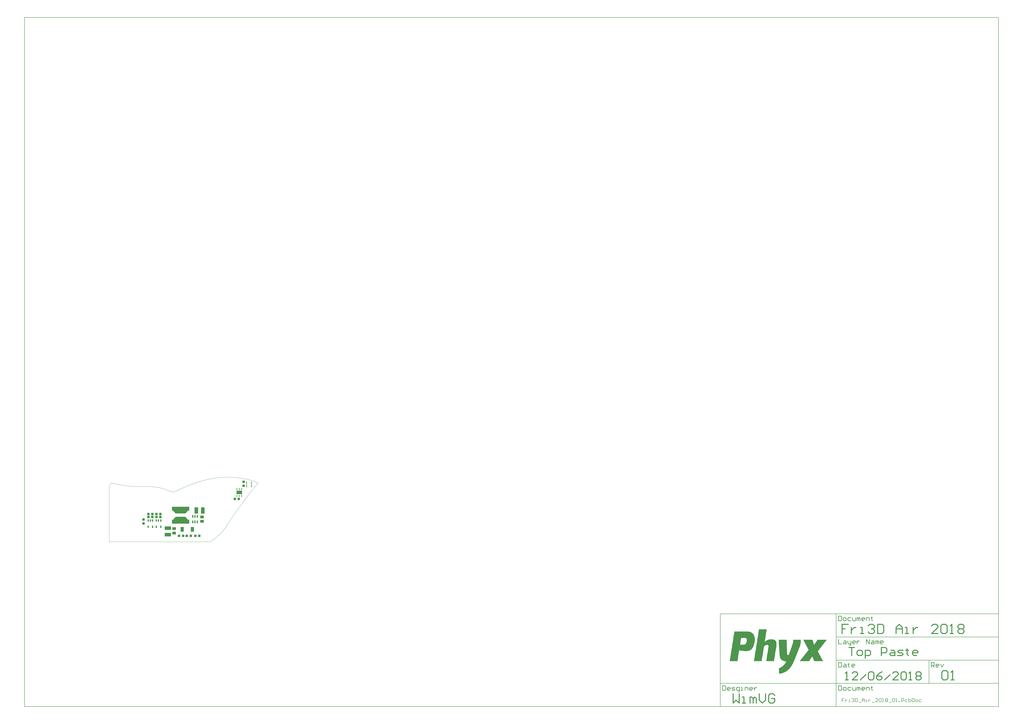
<source format=gtp>
G04*
G04 #@! TF.GenerationSoftware,Altium Limited,Altium Designer,18.1.6 (161)*
G04*
G04 Layer_Color=8421504*
%FSLAX25Y25*%
%MOIN*%
G70*
G01*
G75*
%ADD10C,0.00787*%
%ADD11C,0.00984*%
%ADD13C,0.01575*%
%ADD18C,0.00394*%
%ADD19R,0.29528X0.07087*%
%ADD20R,0.23622X0.04724*%
%ADD21R,0.04331X0.03937*%
%ADD22R,0.02362X0.03937*%
%ADD23R,0.05512X0.08268*%
%ADD24R,0.14567X0.04331*%
%ADD25R,0.05906X0.05118*%
%ADD26R,0.06299X0.10630*%
%ADD27R,0.02362X0.04528*%
%ADD28R,0.03937X0.04331*%
%ADD29R,0.09449X0.05906*%
%ADD30R,0.01575X0.02756*%
%ADD31R,0.01968X0.01378*%
%ADD32R,0.10630X0.06299*%
G36*
X-38386Y51575D02*
X-41929Y48031D01*
X-58465D01*
X-62008Y51575D01*
Y57874D01*
X-38386D01*
Y51575D01*
D02*
G37*
G36*
Y38976D02*
Y32677D01*
X-62008D01*
Y38976D01*
X-58465Y42520D01*
X-41929D01*
X-38386Y38976D01*
D02*
G37*
G36*
X1047062Y-166394D02*
X1046775D01*
Y-166681D01*
X1046489D01*
Y-166967D01*
Y-167253D01*
X1046203D01*
Y-167539D01*
X1045916D01*
Y-167826D01*
X1045630D01*
Y-168112D01*
Y-168398D01*
X1045344D01*
Y-168685D01*
X1045057D01*
Y-168971D01*
X1044771D01*
Y-169257D01*
X1044485D01*
Y-169544D01*
Y-169830D01*
X1044198D01*
Y-170116D01*
X1043912D01*
Y-170403D01*
X1043626D01*
Y-170689D01*
Y-170975D01*
X1043340D01*
Y-171262D01*
X1043053D01*
Y-171548D01*
X1042767D01*
Y-171834D01*
X1042480D01*
Y-172120D01*
Y-172407D01*
X1042194D01*
Y-172693D01*
X1041908D01*
Y-172979D01*
X1041622D01*
Y-173266D01*
Y-173552D01*
X1041335D01*
Y-173838D01*
X1041049D01*
Y-174125D01*
X1040763D01*
Y-174411D01*
Y-174697D01*
X1040476D01*
Y-174984D01*
X1040190D01*
Y-175270D01*
X1039904D01*
Y-175556D01*
X1039617D01*
Y-175842D01*
Y-176129D01*
X1039331D01*
Y-176415D01*
X1039045D01*
Y-176701D01*
X1038758D01*
Y-176988D01*
Y-177274D01*
X1038472D01*
Y-177560D01*
X1038186D01*
Y-177847D01*
X1037899D01*
Y-178133D01*
Y-178419D01*
X1037613D01*
Y-178706D01*
X1037327D01*
Y-178992D01*
X1037041D01*
Y-179278D01*
X1036754D01*
Y-179565D01*
Y-179851D01*
X1036468D01*
Y-180137D01*
X1036182D01*
Y-180423D01*
X1035895D01*
Y-180710D01*
Y-180996D01*
X1035609D01*
Y-181282D01*
X1035323D01*
Y-181569D01*
X1035036D01*
Y-181855D01*
Y-182141D01*
X1034750D01*
Y-182428D01*
X1034464D01*
Y-182714D01*
X1034177D01*
Y-183000D01*
X1033891D01*
Y-183287D01*
Y-183573D01*
X1033605D01*
Y-183859D01*
X1033319D01*
Y-184146D01*
X1033032D01*
Y-184432D01*
Y-184718D01*
X1032746D01*
Y-185004D01*
X1032460D01*
Y-185291D01*
X1032173D01*
Y-185577D01*
X1031887D01*
Y-185863D01*
Y-186150D01*
X1032173D01*
Y-186436D01*
Y-186722D01*
X1032460D01*
Y-187009D01*
Y-187295D01*
X1032746D01*
Y-187581D01*
X1033032D01*
Y-187868D01*
Y-188154D01*
X1033319D01*
Y-188440D01*
Y-188727D01*
X1033605D01*
Y-189013D01*
Y-189299D01*
X1033891D01*
Y-189585D01*
Y-189872D01*
X1034177D01*
Y-190158D01*
Y-190444D01*
X1034464D01*
Y-190731D01*
Y-191017D01*
X1034750D01*
Y-191303D01*
Y-191590D01*
X1035036D01*
Y-191876D01*
Y-192162D01*
X1035323D01*
Y-192449D01*
X1035609D01*
Y-192735D01*
Y-193021D01*
X1035895D01*
Y-193308D01*
Y-193594D01*
X1036182D01*
Y-193880D01*
Y-194167D01*
X1036468D01*
Y-194453D01*
Y-194739D01*
X1036754D01*
Y-195025D01*
Y-195312D01*
X1037041D01*
Y-195598D01*
Y-195884D01*
X1037327D01*
Y-196171D01*
Y-196457D01*
X1037613D01*
Y-196743D01*
X1037899D01*
Y-197030D01*
Y-197316D01*
X1038186D01*
Y-197602D01*
Y-197889D01*
X1038472D01*
Y-198175D01*
Y-198461D01*
X1038758D01*
Y-198748D01*
Y-199034D01*
X1039045D01*
Y-199320D01*
Y-199606D01*
X1039331D01*
Y-199893D01*
Y-200179D01*
X1039617D01*
Y-200465D01*
Y-200752D01*
X1039904D01*
Y-201038D01*
X1040190D01*
Y-201324D01*
Y-201611D01*
X1040476D01*
Y-201897D01*
Y-202183D01*
X1040763D01*
Y-202470D01*
X1025588D01*
Y-202183D01*
X1025302D01*
Y-201897D01*
Y-201611D01*
Y-201324D01*
X1025016D01*
Y-201038D01*
Y-200752D01*
Y-200465D01*
X1024729D01*
Y-200179D01*
Y-199893D01*
X1024443D01*
Y-199606D01*
Y-199320D01*
Y-199034D01*
X1024156D01*
Y-198748D01*
Y-198461D01*
Y-198175D01*
X1023870D01*
Y-197889D01*
Y-197602D01*
X1023584D01*
Y-197316D01*
Y-197030D01*
Y-196743D01*
X1023298D01*
Y-196457D01*
Y-196171D01*
Y-195884D01*
X1023011D01*
Y-195598D01*
Y-195312D01*
Y-195025D01*
X1022725D01*
Y-194739D01*
X1022152D01*
Y-195025D01*
Y-195312D01*
X1021866D01*
Y-195598D01*
X1021580D01*
Y-195884D01*
Y-196171D01*
X1021293D01*
Y-196457D01*
X1021007D01*
Y-196743D01*
Y-197030D01*
X1020721D01*
Y-197316D01*
X1020434D01*
Y-197602D01*
Y-197889D01*
X1020148D01*
Y-198175D01*
X1019862D01*
Y-198461D01*
X1019576D01*
Y-198748D01*
Y-199034D01*
X1019289D01*
Y-199320D01*
X1019003D01*
Y-199606D01*
Y-199893D01*
X1018717D01*
Y-200179D01*
X1018430D01*
Y-200465D01*
Y-200752D01*
X1018144D01*
Y-201038D01*
X1017858D01*
Y-201324D01*
Y-201611D01*
X1017571D01*
Y-201897D01*
X1017285D01*
Y-202183D01*
Y-202470D01*
X1001252D01*
Y-202183D01*
X1001538D01*
Y-201897D01*
X1001824D01*
Y-201611D01*
X1002110D01*
Y-201324D01*
X1002397D01*
Y-201038D01*
Y-200752D01*
X1002683D01*
Y-200465D01*
X1002969D01*
Y-200179D01*
X1003256D01*
Y-199893D01*
X1003542D01*
Y-199606D01*
Y-199320D01*
X1003828D01*
Y-199034D01*
X1004115D01*
Y-198748D01*
X1004401D01*
Y-198461D01*
Y-198175D01*
X1004687D01*
Y-197889D01*
X1004974D01*
Y-197602D01*
X1005260D01*
Y-197316D01*
X1005546D01*
Y-197030D01*
Y-196743D01*
X1005832D01*
Y-196457D01*
X1006119D01*
Y-196171D01*
X1006405D01*
Y-195884D01*
X1006691D01*
Y-195598D01*
Y-195312D01*
X1006978D01*
Y-195025D01*
X1007264D01*
Y-194739D01*
X1007550D01*
Y-194453D01*
Y-194167D01*
X1007837D01*
Y-193880D01*
X1008123D01*
Y-193594D01*
X1008409D01*
Y-193308D01*
X1008696D01*
Y-193021D01*
Y-192735D01*
X1008982D01*
Y-192449D01*
X1009268D01*
Y-192162D01*
X1009555D01*
Y-191876D01*
Y-191590D01*
X1009841D01*
Y-191303D01*
X1010127D01*
Y-191017D01*
X1010413D01*
Y-190731D01*
X1010700D01*
Y-190444D01*
Y-190158D01*
X1010986D01*
Y-189872D01*
X1011272D01*
Y-189585D01*
X1011559D01*
Y-189299D01*
Y-189013D01*
X1011845D01*
Y-188727D01*
X1012131D01*
Y-188440D01*
X1012418D01*
Y-188154D01*
X1012704D01*
Y-187868D01*
Y-187581D01*
X1012990D01*
Y-187295D01*
X1013277D01*
Y-187009D01*
X1013563D01*
Y-186722D01*
X1013849D01*
Y-186436D01*
Y-186150D01*
X1014136D01*
Y-185863D01*
X1014422D01*
Y-185577D01*
X1014708D01*
Y-185291D01*
Y-185004D01*
X1014995D01*
Y-184718D01*
X1015281D01*
Y-184432D01*
X1015567D01*
Y-184146D01*
X1015853D01*
Y-183859D01*
Y-183573D01*
X1016140D01*
Y-183287D01*
Y-183000D01*
Y-182714D01*
X1015853D01*
Y-182428D01*
X1015567D01*
Y-182141D01*
Y-181855D01*
X1015281D01*
Y-181569D01*
Y-181282D01*
X1014995D01*
Y-180996D01*
Y-180710D01*
X1014708D01*
Y-180423D01*
Y-180137D01*
X1014422D01*
Y-179851D01*
Y-179565D01*
X1014136D01*
Y-179278D01*
Y-178992D01*
X1013849D01*
Y-178706D01*
X1013563D01*
Y-178419D01*
Y-178133D01*
X1013277D01*
Y-177847D01*
Y-177560D01*
X1012990D01*
Y-177274D01*
Y-176988D01*
X1012704D01*
Y-176701D01*
Y-176415D01*
X1012418D01*
Y-176129D01*
Y-175842D01*
X1012131D01*
Y-175556D01*
Y-175270D01*
X1011845D01*
Y-174984D01*
X1011559D01*
Y-174697D01*
Y-174411D01*
X1011272D01*
Y-174125D01*
Y-173838D01*
X1010986D01*
Y-173552D01*
Y-173266D01*
X1010700D01*
Y-172979D01*
Y-172693D01*
X1010413D01*
Y-172407D01*
Y-172120D01*
X1010127D01*
Y-171834D01*
Y-171548D01*
X1009841D01*
Y-171262D01*
Y-170975D01*
X1009555D01*
Y-170689D01*
X1009268D01*
Y-170403D01*
Y-170116D01*
X1008982D01*
Y-169830D01*
Y-169544D01*
X1008696D01*
Y-169257D01*
Y-168971D01*
X1008409D01*
Y-168685D01*
Y-168398D01*
X1008123D01*
Y-168112D01*
Y-167826D01*
X1007837D01*
Y-167539D01*
Y-167253D01*
X1007550D01*
Y-166967D01*
X1007264D01*
Y-166681D01*
Y-166394D01*
X1006978D01*
Y-166108D01*
X1022725D01*
Y-166394D01*
X1023011D01*
Y-166681D01*
Y-166967D01*
Y-167253D01*
X1023298D01*
Y-167539D01*
Y-167826D01*
Y-168112D01*
X1023584D01*
Y-168398D01*
Y-168685D01*
Y-168971D01*
X1023870D01*
Y-169257D01*
Y-169544D01*
Y-169830D01*
X1024156D01*
Y-170116D01*
Y-170403D01*
Y-170689D01*
X1024443D01*
Y-170975D01*
Y-171262D01*
Y-171548D01*
X1024729D01*
Y-171834D01*
Y-172120D01*
Y-172407D01*
X1025016D01*
Y-172693D01*
Y-172979D01*
Y-173266D01*
X1025302D01*
Y-173552D01*
Y-173838D01*
Y-174125D01*
Y-174411D01*
X1025874D01*
Y-174125D01*
X1026161D01*
Y-173838D01*
X1026447D01*
Y-173552D01*
Y-173266D01*
X1026733D01*
Y-172979D01*
X1027020D01*
Y-172693D01*
Y-172407D01*
X1027306D01*
Y-172120D01*
X1027592D01*
Y-171834D01*
Y-171548D01*
X1027879D01*
Y-171262D01*
X1028165D01*
Y-170975D01*
Y-170689D01*
X1028451D01*
Y-170403D01*
X1028738D01*
Y-170116D01*
Y-169830D01*
X1029024D01*
Y-169544D01*
X1029310D01*
Y-169257D01*
Y-168971D01*
X1029597D01*
Y-168685D01*
X1029883D01*
Y-168398D01*
Y-168112D01*
X1030169D01*
Y-167826D01*
X1030455D01*
Y-167539D01*
Y-167253D01*
X1030742D01*
Y-166967D01*
X1031028D01*
Y-166681D01*
Y-166394D01*
X1031314D01*
Y-166108D01*
X1047062D01*
Y-166394D01*
D02*
G37*
G36*
X913926Y-152365D02*
X915644D01*
Y-152651D01*
X916503D01*
Y-152937D01*
X917362D01*
Y-153224D01*
X918221D01*
Y-153510D01*
X918793D01*
Y-153796D01*
X919080D01*
Y-154083D01*
X919652D01*
Y-154369D01*
X919939D01*
Y-154655D01*
X920511D01*
Y-154942D01*
X920798D01*
Y-155228D01*
X921084D01*
Y-155514D01*
X921370D01*
Y-155801D01*
X921657D01*
Y-156087D01*
X921943D01*
Y-156373D01*
X922229D01*
Y-156659D01*
Y-156946D01*
X922515D01*
Y-157232D01*
X922802D01*
Y-157518D01*
Y-157805D01*
X923088D01*
Y-158091D01*
X923374D01*
Y-158377D01*
Y-158664D01*
X923661D01*
Y-158950D01*
Y-159236D01*
Y-159523D01*
X923947D01*
Y-159809D01*
Y-160095D01*
Y-160382D01*
X924233D01*
Y-160668D01*
Y-160954D01*
Y-161240D01*
Y-161527D01*
X924520D01*
Y-161813D01*
Y-162100D01*
Y-162386D01*
Y-162672D01*
Y-162958D01*
X924806D01*
Y-163245D01*
Y-163531D01*
Y-163817D01*
Y-164104D01*
Y-164390D01*
Y-164676D01*
Y-164963D01*
Y-165249D01*
Y-165535D01*
Y-165822D01*
Y-166108D01*
Y-166394D01*
Y-166681D01*
Y-166967D01*
Y-167253D01*
Y-167539D01*
Y-167826D01*
Y-168112D01*
Y-168398D01*
Y-168685D01*
X924520D01*
Y-168971D01*
Y-169257D01*
Y-169544D01*
Y-169830D01*
Y-170116D01*
Y-170403D01*
Y-170689D01*
X924233D01*
Y-170975D01*
Y-171262D01*
Y-171548D01*
Y-171834D01*
Y-172120D01*
X923947D01*
Y-172407D01*
Y-172693D01*
Y-172979D01*
Y-173266D01*
Y-173552D01*
X923661D01*
Y-173838D01*
Y-174125D01*
Y-174411D01*
X923374D01*
Y-174697D01*
Y-174984D01*
Y-175270D01*
Y-175556D01*
X923088D01*
Y-175842D01*
Y-176129D01*
Y-176415D01*
X922802D01*
Y-176701D01*
Y-176988D01*
X922515D01*
Y-177274D01*
Y-177560D01*
Y-177847D01*
X922229D01*
Y-178133D01*
Y-178419D01*
X921943D01*
Y-178706D01*
Y-178992D01*
X921657D01*
Y-179278D01*
Y-179565D01*
X921370D01*
Y-179851D01*
X921084D01*
Y-180137D01*
Y-180423D01*
X920798D01*
Y-180710D01*
X920511D01*
Y-180996D01*
X920225D01*
Y-181282D01*
Y-181569D01*
X919939D01*
Y-181855D01*
X919652D01*
Y-182141D01*
X919366D01*
Y-182428D01*
X919080D01*
Y-182714D01*
X918793D01*
Y-183000D01*
X918221D01*
Y-183287D01*
X917934D01*
Y-183573D01*
X917362D01*
Y-183859D01*
X917076D01*
Y-184146D01*
X916503D01*
Y-184432D01*
X915644D01*
Y-184718D01*
X914785D01*
Y-185004D01*
X913926D01*
Y-185291D01*
X912208D01*
Y-185577D01*
X907055D01*
Y-185291D01*
X904478D01*
Y-185004D01*
X902474D01*
Y-184718D01*
X901042D01*
Y-184432D01*
X899610D01*
Y-184146D01*
X898179D01*
Y-184432D01*
Y-184718D01*
Y-185004D01*
Y-185291D01*
Y-185577D01*
Y-185863D01*
Y-186150D01*
X897892D01*
Y-186436D01*
Y-186722D01*
Y-187009D01*
Y-187295D01*
Y-187581D01*
Y-187868D01*
X897606D01*
Y-188154D01*
Y-188440D01*
Y-188727D01*
Y-189013D01*
Y-189299D01*
Y-189585D01*
X897320D01*
Y-189872D01*
Y-190158D01*
Y-190444D01*
Y-190731D01*
Y-191017D01*
Y-191303D01*
Y-191590D01*
X897034D01*
Y-191876D01*
Y-192162D01*
Y-192449D01*
Y-192735D01*
Y-193021D01*
Y-193308D01*
X896747D01*
Y-193594D01*
Y-193880D01*
Y-194167D01*
Y-194453D01*
Y-194739D01*
Y-195025D01*
X896461D01*
Y-195312D01*
Y-195598D01*
Y-195884D01*
Y-196171D01*
Y-196457D01*
Y-196743D01*
Y-197030D01*
X896175D01*
Y-197316D01*
Y-197602D01*
Y-197889D01*
Y-198175D01*
Y-198461D01*
Y-198748D01*
X895888D01*
Y-199034D01*
Y-199320D01*
Y-199606D01*
Y-199893D01*
Y-200179D01*
Y-200465D01*
X895602D01*
Y-200752D01*
Y-201038D01*
Y-201324D01*
Y-201611D01*
Y-201897D01*
Y-202183D01*
Y-202470D01*
X882145D01*
Y-202183D01*
X882432D01*
Y-201897D01*
Y-201611D01*
Y-201324D01*
Y-201038D01*
Y-200752D01*
X882718D01*
Y-200465D01*
Y-200179D01*
Y-199893D01*
Y-199606D01*
Y-199320D01*
Y-199034D01*
Y-198748D01*
X883004D01*
Y-198461D01*
Y-198175D01*
Y-197889D01*
Y-197602D01*
Y-197316D01*
Y-197030D01*
X883291D01*
Y-196743D01*
Y-196457D01*
Y-196171D01*
Y-195884D01*
Y-195598D01*
Y-195312D01*
X883577D01*
Y-195025D01*
Y-194739D01*
Y-194453D01*
Y-194167D01*
Y-193880D01*
Y-193594D01*
Y-193308D01*
X883863D01*
Y-193021D01*
Y-192735D01*
Y-192449D01*
Y-192162D01*
Y-191876D01*
Y-191590D01*
X884149D01*
Y-191303D01*
Y-191017D01*
Y-190731D01*
Y-190444D01*
Y-190158D01*
Y-189872D01*
X884436D01*
Y-189585D01*
Y-189299D01*
Y-189013D01*
Y-188727D01*
Y-188440D01*
Y-188154D01*
X884722D01*
Y-187868D01*
Y-187581D01*
Y-187295D01*
Y-187009D01*
Y-186722D01*
Y-186436D01*
Y-186150D01*
X885009D01*
Y-185863D01*
Y-185577D01*
Y-185291D01*
Y-185004D01*
Y-184718D01*
Y-184432D01*
X885295D01*
Y-184146D01*
Y-183859D01*
Y-183573D01*
Y-183287D01*
Y-183000D01*
Y-182714D01*
X885581D01*
Y-182428D01*
Y-182141D01*
Y-181855D01*
Y-181569D01*
Y-181282D01*
Y-180996D01*
X885867D01*
Y-180710D01*
Y-180423D01*
Y-180137D01*
Y-179851D01*
Y-179565D01*
Y-179278D01*
Y-178992D01*
X886154D01*
Y-178706D01*
Y-178419D01*
Y-178133D01*
Y-177847D01*
Y-177560D01*
Y-177274D01*
X886440D01*
Y-176988D01*
Y-176701D01*
Y-176415D01*
Y-176129D01*
Y-175842D01*
Y-175556D01*
X886726D01*
Y-175270D01*
Y-174984D01*
Y-174697D01*
Y-174411D01*
Y-174125D01*
Y-173838D01*
Y-173552D01*
X887013D01*
Y-173266D01*
Y-172979D01*
Y-172693D01*
Y-172407D01*
Y-172120D01*
Y-171834D01*
X887299D01*
Y-171548D01*
Y-171262D01*
Y-170975D01*
Y-170689D01*
Y-170403D01*
Y-170116D01*
X887585D01*
Y-169830D01*
Y-169544D01*
Y-169257D01*
Y-168971D01*
Y-168685D01*
Y-168398D01*
X887872D01*
Y-168112D01*
Y-167826D01*
Y-167539D01*
Y-167253D01*
Y-166967D01*
Y-166681D01*
Y-166394D01*
X888158D01*
Y-166108D01*
Y-165822D01*
Y-165535D01*
Y-165249D01*
Y-164963D01*
Y-164676D01*
X888444D01*
Y-164390D01*
Y-164104D01*
Y-163817D01*
Y-163531D01*
Y-163245D01*
Y-162958D01*
X888731D01*
Y-162672D01*
Y-162386D01*
Y-162100D01*
Y-161813D01*
Y-161527D01*
Y-161240D01*
Y-160954D01*
X889017D01*
Y-160668D01*
Y-160382D01*
Y-160095D01*
Y-159809D01*
Y-159523D01*
Y-159236D01*
X889303D01*
Y-158950D01*
Y-158664D01*
Y-158377D01*
Y-158091D01*
Y-157805D01*
Y-157518D01*
X889590D01*
Y-157232D01*
Y-156946D01*
Y-156659D01*
Y-156373D01*
Y-156087D01*
Y-155801D01*
Y-155514D01*
X889876D01*
Y-155228D01*
Y-154942D01*
Y-154655D01*
Y-154369D01*
Y-154083D01*
Y-153796D01*
X890162D01*
Y-153510D01*
Y-153224D01*
Y-152937D01*
Y-152651D01*
Y-152365D01*
Y-152078D01*
X913926D01*
Y-152365D01*
D02*
G37*
G36*
X1002969Y-166394D02*
Y-166681D01*
Y-166967D01*
Y-167253D01*
Y-167539D01*
Y-167826D01*
Y-168112D01*
Y-168398D01*
Y-168685D01*
Y-168971D01*
Y-169257D01*
Y-169544D01*
Y-169830D01*
Y-170116D01*
Y-170403D01*
Y-170689D01*
Y-170975D01*
Y-171262D01*
Y-171548D01*
Y-171834D01*
Y-172120D01*
X1002683D01*
Y-172407D01*
Y-172693D01*
Y-172979D01*
Y-173266D01*
Y-173552D01*
X1002397D01*
Y-173838D01*
Y-174125D01*
Y-174411D01*
Y-174697D01*
X1002110D01*
Y-174984D01*
Y-175270D01*
Y-175556D01*
Y-175842D01*
X1001824D01*
Y-176129D01*
Y-176415D01*
Y-176701D01*
X1001538D01*
Y-176988D01*
Y-177274D01*
Y-177560D01*
X1001252D01*
Y-177847D01*
Y-178133D01*
Y-178419D01*
X1000965D01*
Y-178706D01*
Y-178992D01*
Y-179278D01*
X1000679D01*
Y-179565D01*
Y-179851D01*
X1000393D01*
Y-180137D01*
Y-180423D01*
X1000106D01*
Y-180710D01*
Y-180996D01*
Y-181282D01*
X999820D01*
Y-181569D01*
Y-181855D01*
X999534D01*
Y-182141D01*
Y-182428D01*
Y-182714D01*
X999247D01*
Y-183000D01*
Y-183287D01*
X998961D01*
Y-183573D01*
Y-183859D01*
Y-184146D01*
X998675D01*
Y-184432D01*
Y-184718D01*
X998388D01*
Y-185004D01*
Y-185291D01*
Y-185577D01*
X998102D01*
Y-185863D01*
Y-186150D01*
X997816D01*
Y-186436D01*
Y-186722D01*
Y-187009D01*
X997529D01*
Y-187295D01*
Y-187581D01*
X997243D01*
Y-187868D01*
Y-188154D01*
Y-188440D01*
X996957D01*
Y-188727D01*
Y-189013D01*
X996671D01*
Y-189299D01*
Y-189585D01*
Y-189872D01*
X996384D01*
Y-190158D01*
Y-190444D01*
X996098D01*
Y-190731D01*
Y-191017D01*
Y-191303D01*
X995811D01*
Y-191590D01*
Y-191876D01*
X995525D01*
Y-192162D01*
Y-192449D01*
Y-192735D01*
X995239D01*
Y-193021D01*
Y-193308D01*
X994953D01*
Y-193594D01*
Y-193880D01*
Y-194167D01*
X994666D01*
Y-194453D01*
Y-194739D01*
X994380D01*
Y-195025D01*
Y-195312D01*
Y-195598D01*
X994094D01*
Y-195884D01*
Y-196171D01*
X993807D01*
Y-196457D01*
Y-196743D01*
Y-197030D01*
X993521D01*
Y-197316D01*
Y-197602D01*
X993235D01*
Y-197889D01*
Y-198175D01*
Y-198461D01*
X992948D01*
Y-198748D01*
Y-199034D01*
X992662D01*
Y-199320D01*
Y-199606D01*
Y-199893D01*
X992376D01*
Y-200179D01*
Y-200465D01*
X992089D01*
Y-200752D01*
Y-201038D01*
Y-201324D01*
X991803D01*
Y-201611D01*
Y-201897D01*
X991517D01*
Y-202183D01*
Y-202470D01*
Y-202756D01*
X991230D01*
Y-203042D01*
Y-203328D01*
X990944D01*
Y-203615D01*
Y-203901D01*
X990658D01*
Y-204187D01*
Y-204474D01*
X990372D01*
Y-204760D01*
Y-205046D01*
Y-205333D01*
X990085D01*
Y-205619D01*
X989799D01*
Y-205905D01*
Y-206192D01*
Y-206478D01*
X989513D01*
Y-206764D01*
X989226D01*
Y-207051D01*
Y-207337D01*
X988940D01*
Y-207623D01*
Y-207909D01*
X988654D01*
Y-208196D01*
Y-208482D01*
X988367D01*
Y-208769D01*
Y-209055D01*
X988081D01*
Y-209341D01*
X987795D01*
Y-209627D01*
Y-209914D01*
X987508D01*
Y-210200D01*
Y-210486D01*
X987222D01*
Y-210773D01*
X986936D01*
Y-211059D01*
X986650D01*
Y-211345D01*
Y-211632D01*
X986363D01*
Y-211918D01*
X986077D01*
Y-212204D01*
Y-212491D01*
X985791D01*
Y-212777D01*
X985504D01*
Y-213063D01*
X985218D01*
Y-213350D01*
Y-213636D01*
X984932D01*
Y-213922D01*
X984645D01*
Y-214208D01*
X984359D01*
Y-214495D01*
X984073D01*
Y-214781D01*
X983786D01*
Y-215067D01*
Y-215354D01*
X983500D01*
Y-215640D01*
X983214D01*
Y-215926D01*
X982928D01*
Y-216213D01*
X982641D01*
Y-216499D01*
X982355D01*
Y-216785D01*
X982069D01*
Y-217072D01*
X981782D01*
Y-217358D01*
X981210D01*
Y-217644D01*
X980923D01*
Y-217931D01*
X980637D01*
Y-218217D01*
X980351D01*
Y-218503D01*
X980064D01*
Y-218789D01*
X979492D01*
Y-219076D01*
X979205D01*
Y-219362D01*
X978633D01*
Y-219648D01*
X978347D01*
Y-219935D01*
X977774D01*
Y-220221D01*
X977487D01*
Y-220507D01*
X976915D01*
Y-220794D01*
X976342D01*
Y-221080D01*
X975770D01*
Y-221366D01*
X975197D01*
Y-221653D01*
X974624D01*
Y-221939D01*
X973765D01*
Y-222225D01*
X973193D01*
Y-222512D01*
X972334D01*
Y-222798D01*
X971189D01*
Y-223084D01*
X970043D01*
Y-223370D01*
X968326D01*
Y-223657D01*
X966321D01*
Y-223943D01*
X966035D01*
Y-223657D01*
Y-223370D01*
Y-223084D01*
Y-222798D01*
Y-222512D01*
Y-222225D01*
Y-221939D01*
Y-221653D01*
Y-221366D01*
Y-221080D01*
Y-220794D01*
Y-220507D01*
Y-220221D01*
Y-219935D01*
Y-219648D01*
Y-219362D01*
Y-219076D01*
Y-218789D01*
Y-218503D01*
Y-218217D01*
Y-217931D01*
Y-217644D01*
Y-217358D01*
Y-217072D01*
Y-216785D01*
Y-216499D01*
Y-216213D01*
Y-215926D01*
Y-215640D01*
Y-215354D01*
Y-215067D01*
Y-214781D01*
Y-214495D01*
X966608D01*
Y-214208D01*
X967180D01*
Y-213922D01*
X967753D01*
Y-213636D01*
X968326D01*
Y-213350D01*
X968898D01*
Y-213063D01*
X969471D01*
Y-212777D01*
X969757D01*
Y-212491D01*
X970330D01*
Y-212204D01*
X970616D01*
Y-211918D01*
X971189D01*
Y-211632D01*
X971475D01*
Y-211345D01*
X971761D01*
Y-211059D01*
X972334D01*
Y-210773D01*
X972620D01*
Y-210486D01*
X972906D01*
Y-210200D01*
X973193D01*
Y-209914D01*
X973479D01*
Y-209627D01*
X973765D01*
Y-209341D01*
X974052D01*
Y-209055D01*
X974338D01*
Y-208769D01*
X974624D01*
Y-208482D01*
X974911D01*
Y-208196D01*
X975197D01*
Y-207909D01*
X975483D01*
Y-207623D01*
Y-207337D01*
X975770D01*
Y-207051D01*
X976056D01*
Y-206764D01*
X976342D01*
Y-206478D01*
Y-206192D01*
X976629D01*
Y-205905D01*
X976915D01*
Y-205619D01*
Y-205333D01*
X977201D01*
Y-205046D01*
Y-204760D01*
X977487D01*
Y-204474D01*
X977774D01*
Y-204187D01*
Y-203901D01*
X978060D01*
Y-203615D01*
Y-203328D01*
X978347D01*
Y-203042D01*
Y-202756D01*
X976629D01*
Y-202470D01*
X974624D01*
Y-202183D01*
X973479D01*
Y-201897D01*
X972906D01*
Y-201611D01*
X972048D01*
Y-201324D01*
X971475D01*
Y-201038D01*
X971189D01*
Y-200752D01*
X970616D01*
Y-200465D01*
X970330D01*
Y-200179D01*
X970043D01*
Y-199893D01*
X969757D01*
Y-199606D01*
X969471D01*
Y-199320D01*
X969184D01*
Y-199034D01*
Y-198748D01*
X968898D01*
Y-198461D01*
X968612D01*
Y-198175D01*
Y-197889D01*
X968326D01*
Y-197602D01*
Y-197316D01*
X968039D01*
Y-197030D01*
Y-196743D01*
X967753D01*
Y-196457D01*
Y-196171D01*
Y-195884D01*
X967467D01*
Y-195598D01*
Y-195312D01*
Y-195025D01*
Y-194739D01*
X967180D01*
Y-194453D01*
Y-194167D01*
Y-193880D01*
Y-193594D01*
Y-193308D01*
Y-193021D01*
Y-192735D01*
X966894D01*
Y-192449D01*
Y-192162D01*
Y-191876D01*
Y-191590D01*
Y-191303D01*
Y-191017D01*
Y-190731D01*
Y-190444D01*
Y-190158D01*
Y-189872D01*
Y-189585D01*
Y-189299D01*
Y-189013D01*
Y-188727D01*
Y-188440D01*
X966608D01*
Y-188154D01*
Y-187868D01*
Y-187581D01*
Y-187295D01*
Y-187009D01*
Y-186722D01*
Y-186436D01*
Y-186150D01*
Y-185863D01*
Y-185577D01*
Y-185291D01*
Y-185004D01*
Y-184718D01*
Y-184432D01*
Y-184146D01*
X966321D01*
Y-183859D01*
Y-183573D01*
Y-183287D01*
Y-183000D01*
Y-182714D01*
Y-182428D01*
Y-182141D01*
Y-181855D01*
Y-181569D01*
Y-181282D01*
Y-180996D01*
Y-180710D01*
Y-180423D01*
Y-180137D01*
Y-179851D01*
Y-179565D01*
X966035D01*
Y-179278D01*
Y-178992D01*
Y-178706D01*
Y-178419D01*
Y-178133D01*
Y-177847D01*
Y-177560D01*
Y-177274D01*
Y-176988D01*
Y-176701D01*
Y-176415D01*
Y-176129D01*
Y-175842D01*
Y-175556D01*
Y-175270D01*
Y-174984D01*
X965749D01*
Y-174697D01*
Y-174411D01*
Y-174125D01*
Y-173838D01*
Y-173552D01*
Y-173266D01*
Y-172979D01*
Y-172693D01*
Y-172407D01*
Y-172120D01*
Y-171834D01*
Y-171548D01*
Y-171262D01*
Y-170975D01*
X965462D01*
Y-170689D01*
Y-170403D01*
Y-170116D01*
Y-169830D01*
Y-169544D01*
Y-169257D01*
Y-168971D01*
Y-168685D01*
Y-168398D01*
Y-168112D01*
Y-167826D01*
Y-167539D01*
Y-167253D01*
Y-166967D01*
Y-166681D01*
Y-166394D01*
X965176D01*
Y-166108D01*
X978919D01*
Y-166394D01*
Y-166681D01*
Y-166967D01*
Y-167253D01*
Y-167539D01*
Y-167826D01*
Y-168112D01*
Y-168398D01*
Y-168685D01*
Y-168971D01*
Y-169257D01*
Y-169544D01*
Y-169830D01*
Y-170116D01*
X979205D01*
Y-170403D01*
Y-170689D01*
Y-170975D01*
Y-171262D01*
Y-171548D01*
Y-171834D01*
Y-172120D01*
Y-172407D01*
Y-172693D01*
Y-172979D01*
Y-173266D01*
Y-173552D01*
Y-173838D01*
Y-174125D01*
Y-174411D01*
Y-174697D01*
Y-174984D01*
Y-175270D01*
Y-175556D01*
Y-175842D01*
Y-176129D01*
Y-176415D01*
Y-176701D01*
Y-176988D01*
Y-177274D01*
Y-177560D01*
Y-177847D01*
Y-178133D01*
Y-178419D01*
Y-178706D01*
Y-178992D01*
Y-179278D01*
Y-179565D01*
Y-179851D01*
Y-180137D01*
Y-180423D01*
Y-180710D01*
Y-180996D01*
Y-181282D01*
Y-181569D01*
Y-181855D01*
X979492D01*
Y-182141D01*
X979205D01*
Y-182428D01*
Y-182714D01*
X979492D01*
Y-183000D01*
Y-183287D01*
Y-183573D01*
Y-183859D01*
Y-184146D01*
Y-184432D01*
Y-184718D01*
Y-185004D01*
Y-185291D01*
Y-185577D01*
Y-185863D01*
Y-186150D01*
Y-186436D01*
Y-186722D01*
Y-187009D01*
Y-187295D01*
Y-187581D01*
Y-187868D01*
Y-188154D01*
Y-188440D01*
Y-188727D01*
Y-189013D01*
Y-189299D01*
Y-189585D01*
Y-189872D01*
Y-190158D01*
X979778D01*
Y-190444D01*
Y-190731D01*
Y-191017D01*
X980064D01*
Y-191303D01*
X980351D01*
Y-191590D01*
X980637D01*
Y-191876D01*
X981496D01*
Y-192162D01*
X982355D01*
Y-191876D01*
X982641D01*
Y-191590D01*
Y-191303D01*
Y-191017D01*
X982928D01*
Y-190731D01*
Y-190444D01*
X983214D01*
Y-190158D01*
Y-189872D01*
Y-189585D01*
X983500D01*
Y-189299D01*
Y-189013D01*
Y-188727D01*
X983786D01*
Y-188440D01*
Y-188154D01*
Y-187868D01*
X984073D01*
Y-187581D01*
Y-187295D01*
Y-187009D01*
X984359D01*
Y-186722D01*
Y-186436D01*
X984645D01*
Y-186150D01*
Y-185863D01*
Y-185577D01*
X984932D01*
Y-185291D01*
Y-185004D01*
Y-184718D01*
X985218D01*
Y-184432D01*
Y-184146D01*
Y-183859D01*
X985504D01*
Y-183573D01*
Y-183287D01*
X985791D01*
Y-183000D01*
Y-182714D01*
Y-182428D01*
X986077D01*
Y-182141D01*
Y-181855D01*
Y-181569D01*
X986363D01*
Y-181282D01*
Y-180996D01*
Y-180710D01*
X986650D01*
Y-180423D01*
Y-180137D01*
X986936D01*
Y-179851D01*
Y-179565D01*
Y-179278D01*
X987222D01*
Y-178992D01*
Y-178706D01*
Y-178419D01*
X987508D01*
Y-178133D01*
Y-177847D01*
Y-177560D01*
X987795D01*
Y-177274D01*
Y-176988D01*
X988081D01*
Y-176701D01*
Y-176415D01*
Y-176129D01*
X988367D01*
Y-175842D01*
Y-175556D01*
Y-175270D01*
X988654D01*
Y-174984D01*
Y-174697D01*
Y-174411D01*
X988940D01*
Y-174125D01*
Y-173838D01*
Y-173552D01*
Y-173266D01*
X989226D01*
Y-172979D01*
Y-172693D01*
Y-172407D01*
Y-172120D01*
X989513D01*
Y-171834D01*
Y-171548D01*
Y-171262D01*
Y-170975D01*
Y-170689D01*
X989799D01*
Y-170403D01*
Y-170116D01*
Y-169830D01*
Y-169544D01*
Y-169257D01*
Y-168971D01*
X990085D01*
Y-168685D01*
Y-168398D01*
Y-168112D01*
Y-167826D01*
Y-167539D01*
Y-167253D01*
Y-166967D01*
Y-166681D01*
Y-166394D01*
Y-166108D01*
X1002969D01*
Y-166394D01*
D02*
G37*
G36*
X945134Y-148929D02*
Y-149215D01*
X944848D01*
Y-149502D01*
Y-149788D01*
Y-150074D01*
Y-150361D01*
Y-150647D01*
Y-150933D01*
X944561D01*
Y-151220D01*
Y-151506D01*
Y-151792D01*
Y-152078D01*
Y-152365D01*
Y-152651D01*
X944275D01*
Y-152937D01*
Y-153224D01*
Y-153510D01*
Y-153796D01*
Y-154083D01*
Y-154369D01*
Y-154655D01*
X943989D01*
Y-154942D01*
Y-155228D01*
Y-155514D01*
Y-155801D01*
Y-156087D01*
Y-156373D01*
X943703D01*
Y-156659D01*
Y-156946D01*
Y-157232D01*
Y-157518D01*
Y-157805D01*
Y-158091D01*
X943416D01*
Y-158377D01*
Y-158664D01*
Y-158950D01*
Y-159236D01*
Y-159523D01*
Y-159809D01*
Y-160095D01*
X943130D01*
Y-160382D01*
Y-160668D01*
Y-160954D01*
Y-161240D01*
Y-161527D01*
Y-161813D01*
X942844D01*
Y-162100D01*
Y-162386D01*
Y-162672D01*
Y-162958D01*
Y-163245D01*
Y-163531D01*
X942557D01*
Y-163817D01*
Y-164104D01*
Y-164390D01*
Y-164676D01*
Y-164963D01*
Y-165249D01*
X942271D01*
Y-165535D01*
Y-165822D01*
Y-166108D01*
Y-166394D01*
Y-166681D01*
Y-166967D01*
Y-167253D01*
X941985D01*
Y-167539D01*
Y-167826D01*
Y-168112D01*
Y-168398D01*
Y-168685D01*
Y-168971D01*
X941698D01*
Y-169257D01*
Y-169544D01*
X942271D01*
Y-169257D01*
X942557D01*
Y-168971D01*
X942844D01*
Y-168685D01*
X943416D01*
Y-168398D01*
X943703D01*
Y-168112D01*
X943989D01*
Y-167826D01*
X944561D01*
Y-167539D01*
X945134D01*
Y-167253D01*
X945420D01*
Y-166967D01*
X945993D01*
Y-166681D01*
X946852D01*
Y-166394D01*
X947425D01*
Y-166108D01*
X948284D01*
Y-165822D01*
X949715D01*
Y-165535D01*
X956014D01*
Y-165822D01*
X957159D01*
Y-166108D01*
X958018D01*
Y-166394D01*
X958591D01*
Y-166681D01*
X958877D01*
Y-166967D01*
X959450D01*
Y-167253D01*
X959736D01*
Y-167539D01*
X960022D01*
Y-167826D01*
X960309D01*
Y-168112D01*
X960595D01*
Y-168398D01*
Y-168685D01*
X960881D01*
Y-168971D01*
Y-169257D01*
X961168D01*
Y-169544D01*
Y-169830D01*
Y-170116D01*
X961454D01*
Y-170403D01*
Y-170689D01*
Y-170975D01*
Y-171262D01*
X961740D01*
Y-171548D01*
Y-171834D01*
Y-172120D01*
Y-172407D01*
Y-172693D01*
Y-172979D01*
Y-173266D01*
Y-173552D01*
Y-173838D01*
Y-174125D01*
Y-174411D01*
Y-174697D01*
Y-174984D01*
Y-175270D01*
Y-175556D01*
Y-175842D01*
Y-176129D01*
Y-176415D01*
X961454D01*
Y-176701D01*
Y-176988D01*
Y-177274D01*
Y-177560D01*
Y-177847D01*
Y-178133D01*
Y-178419D01*
X961168D01*
Y-178706D01*
Y-178992D01*
Y-179278D01*
Y-179565D01*
Y-179851D01*
Y-180137D01*
Y-180423D01*
X960881D01*
Y-180710D01*
Y-180996D01*
Y-181282D01*
Y-181569D01*
Y-181855D01*
Y-182141D01*
X960595D01*
Y-182428D01*
Y-182714D01*
Y-183000D01*
Y-183287D01*
Y-183573D01*
Y-183859D01*
X960309D01*
Y-184146D01*
Y-184432D01*
Y-184718D01*
Y-185004D01*
Y-185291D01*
Y-185577D01*
X960022D01*
Y-185863D01*
Y-186150D01*
Y-186436D01*
Y-186722D01*
Y-187009D01*
Y-187295D01*
Y-187581D01*
X959736D01*
Y-187868D01*
Y-188154D01*
Y-188440D01*
Y-188727D01*
Y-189013D01*
Y-189299D01*
X959450D01*
Y-189585D01*
Y-189872D01*
Y-190158D01*
Y-190444D01*
Y-190731D01*
Y-191017D01*
X959163D01*
Y-191303D01*
Y-191590D01*
Y-191876D01*
Y-192162D01*
Y-192449D01*
Y-192735D01*
Y-193021D01*
X958877D01*
Y-193308D01*
Y-193594D01*
Y-193880D01*
Y-194167D01*
Y-194453D01*
Y-194739D01*
X958591D01*
Y-195025D01*
Y-195312D01*
Y-195598D01*
Y-195884D01*
Y-196171D01*
Y-196457D01*
X958305D01*
Y-196743D01*
Y-197030D01*
Y-197316D01*
Y-197602D01*
Y-197889D01*
Y-198175D01*
X958018D01*
Y-198461D01*
Y-198748D01*
Y-199034D01*
Y-199320D01*
Y-199606D01*
Y-199893D01*
Y-200179D01*
X957732D01*
Y-200465D01*
Y-200752D01*
Y-201038D01*
Y-201324D01*
Y-201611D01*
Y-201897D01*
X957446D01*
Y-202183D01*
Y-202470D01*
X944275D01*
Y-202183D01*
Y-201897D01*
X944561D01*
Y-201611D01*
Y-201324D01*
Y-201038D01*
Y-200752D01*
Y-200465D01*
Y-200179D01*
X944848D01*
Y-199893D01*
Y-199606D01*
Y-199320D01*
Y-199034D01*
Y-198748D01*
Y-198461D01*
Y-198175D01*
X945134D01*
Y-197889D01*
Y-197602D01*
Y-197316D01*
Y-197030D01*
Y-196743D01*
Y-196457D01*
X945420D01*
Y-196171D01*
Y-195884D01*
Y-195598D01*
Y-195312D01*
Y-195025D01*
Y-194739D01*
X945707D01*
Y-194453D01*
Y-194167D01*
Y-193880D01*
Y-193594D01*
Y-193308D01*
Y-193021D01*
Y-192735D01*
X945993D01*
Y-192449D01*
Y-192162D01*
Y-191876D01*
Y-191590D01*
Y-191303D01*
Y-191017D01*
X946279D01*
Y-190731D01*
Y-190444D01*
Y-190158D01*
Y-189872D01*
Y-189585D01*
Y-189299D01*
Y-189013D01*
X946566D01*
Y-188727D01*
Y-188440D01*
Y-188154D01*
Y-187868D01*
Y-187581D01*
Y-187295D01*
X946852D01*
Y-187009D01*
Y-186722D01*
Y-186436D01*
Y-186150D01*
Y-185863D01*
Y-185577D01*
X947138D01*
Y-185291D01*
Y-185004D01*
Y-184718D01*
Y-184432D01*
Y-184146D01*
Y-183859D01*
X947425D01*
Y-183573D01*
Y-183287D01*
Y-183000D01*
Y-182714D01*
Y-182428D01*
Y-182141D01*
Y-181855D01*
X947711D01*
Y-181569D01*
Y-181282D01*
Y-180996D01*
Y-180710D01*
Y-180423D01*
Y-180137D01*
X947997D01*
Y-179851D01*
Y-179565D01*
Y-179278D01*
Y-178992D01*
Y-178706D01*
Y-178419D01*
Y-178133D01*
X948284D01*
Y-177847D01*
Y-177560D01*
Y-177274D01*
Y-176988D01*
Y-176701D01*
Y-176415D01*
X947997D01*
Y-176129D01*
Y-175842D01*
X947711D01*
Y-175556D01*
X947425D01*
Y-175270D01*
X946852D01*
Y-174984D01*
X945134D01*
Y-175270D01*
X943703D01*
Y-175556D01*
X942844D01*
Y-175842D01*
X942271D01*
Y-176129D01*
X941985D01*
Y-176415D01*
X941412D01*
Y-176701D01*
X941126D01*
Y-176988D01*
X940839D01*
Y-177274D01*
Y-177560D01*
X940553D01*
Y-177847D01*
Y-178133D01*
Y-178419D01*
X940267D01*
Y-178706D01*
Y-178992D01*
Y-179278D01*
Y-179565D01*
Y-179851D01*
Y-180137D01*
X939981D01*
Y-180423D01*
Y-180710D01*
Y-180996D01*
Y-181282D01*
Y-181569D01*
Y-181855D01*
Y-182141D01*
X939694D01*
Y-182428D01*
Y-182714D01*
Y-183000D01*
Y-183287D01*
Y-183573D01*
Y-183859D01*
X939408D01*
Y-184146D01*
Y-184432D01*
Y-184718D01*
Y-185004D01*
Y-185291D01*
Y-185577D01*
X939122D01*
Y-185863D01*
Y-186150D01*
Y-186436D01*
Y-186722D01*
Y-187009D01*
Y-187295D01*
X938835D01*
Y-187581D01*
Y-187868D01*
Y-188154D01*
Y-188440D01*
Y-188727D01*
Y-189013D01*
Y-189299D01*
X938549D01*
Y-189585D01*
Y-189872D01*
Y-190158D01*
Y-190444D01*
Y-190731D01*
Y-191017D01*
X938263D01*
Y-191303D01*
Y-191590D01*
Y-191876D01*
Y-192162D01*
Y-192449D01*
Y-192735D01*
X937976D01*
Y-193021D01*
Y-193308D01*
Y-193594D01*
Y-193880D01*
Y-194167D01*
Y-194453D01*
Y-194739D01*
X937690D01*
Y-195025D01*
Y-195312D01*
Y-195598D01*
Y-195884D01*
Y-196171D01*
Y-196457D01*
X937404D01*
Y-196743D01*
Y-197030D01*
Y-197316D01*
Y-197602D01*
Y-197889D01*
Y-198175D01*
X937117D01*
Y-198461D01*
Y-198748D01*
Y-199034D01*
Y-199320D01*
Y-199606D01*
Y-199893D01*
X936831D01*
Y-200179D01*
Y-200465D01*
Y-200752D01*
Y-201038D01*
Y-201324D01*
Y-201611D01*
Y-201897D01*
X936545D01*
Y-202183D01*
Y-202470D01*
X923374D01*
Y-202183D01*
Y-201897D01*
X923661D01*
Y-201611D01*
Y-201324D01*
Y-201038D01*
Y-200752D01*
Y-200465D01*
Y-200179D01*
Y-199893D01*
X923947D01*
Y-199606D01*
Y-199320D01*
Y-199034D01*
Y-198748D01*
Y-198461D01*
Y-198175D01*
X924233D01*
Y-197889D01*
Y-197602D01*
Y-197316D01*
Y-197030D01*
Y-196743D01*
Y-196457D01*
X924520D01*
Y-196171D01*
Y-195884D01*
Y-195598D01*
Y-195312D01*
Y-195025D01*
Y-194739D01*
Y-194453D01*
X924806D01*
Y-194167D01*
Y-193880D01*
Y-193594D01*
Y-193308D01*
Y-193021D01*
Y-192735D01*
X925092D01*
Y-192449D01*
Y-192162D01*
Y-191876D01*
Y-191590D01*
Y-191303D01*
Y-191017D01*
X925379D01*
Y-190731D01*
Y-190444D01*
Y-190158D01*
Y-189872D01*
Y-189585D01*
Y-189299D01*
X925665D01*
Y-189013D01*
Y-188727D01*
Y-188440D01*
Y-188154D01*
Y-187868D01*
Y-187581D01*
Y-187295D01*
X925951D01*
Y-187009D01*
Y-186722D01*
Y-186436D01*
Y-186150D01*
Y-185863D01*
Y-185577D01*
X926237D01*
Y-185291D01*
Y-185004D01*
Y-184718D01*
Y-184432D01*
Y-184146D01*
Y-183859D01*
X926524D01*
Y-183573D01*
Y-183287D01*
Y-183000D01*
Y-182714D01*
Y-182428D01*
Y-182141D01*
Y-181855D01*
X926810D01*
Y-181569D01*
Y-181282D01*
Y-180996D01*
Y-180710D01*
Y-180423D01*
Y-180137D01*
X927096D01*
Y-179851D01*
Y-179565D01*
Y-179278D01*
Y-178992D01*
Y-178706D01*
Y-178419D01*
X927383D01*
Y-178133D01*
Y-177847D01*
Y-177560D01*
Y-177274D01*
Y-176988D01*
Y-176701D01*
X927669D01*
Y-176415D01*
Y-176129D01*
Y-175842D01*
Y-175556D01*
Y-175270D01*
Y-174984D01*
Y-174697D01*
X927955D01*
Y-174411D01*
Y-174125D01*
Y-173838D01*
Y-173552D01*
Y-173266D01*
Y-172979D01*
X928242D01*
Y-172693D01*
Y-172407D01*
Y-172120D01*
Y-171834D01*
Y-171548D01*
Y-171262D01*
X928528D01*
Y-170975D01*
Y-170689D01*
Y-170403D01*
Y-170116D01*
Y-169830D01*
Y-169544D01*
X928814D01*
Y-169257D01*
Y-168971D01*
Y-168685D01*
Y-168398D01*
Y-168112D01*
Y-167826D01*
Y-167539D01*
X929101D01*
Y-167253D01*
Y-166967D01*
Y-166681D01*
Y-166394D01*
Y-166108D01*
Y-165822D01*
X929387D01*
Y-165535D01*
Y-165249D01*
Y-164963D01*
Y-164676D01*
Y-164390D01*
Y-164104D01*
X929673D01*
Y-163817D01*
Y-163531D01*
Y-163245D01*
Y-162958D01*
Y-162672D01*
Y-162386D01*
Y-162100D01*
X929960D01*
Y-161813D01*
Y-161527D01*
Y-161240D01*
Y-160954D01*
Y-160668D01*
Y-160382D01*
X930246D01*
Y-160095D01*
Y-159809D01*
Y-159523D01*
Y-159236D01*
Y-158950D01*
Y-158664D01*
X930532D01*
Y-158377D01*
Y-158091D01*
Y-157805D01*
Y-157518D01*
Y-157232D01*
Y-156946D01*
X930818D01*
Y-156659D01*
Y-156373D01*
Y-156087D01*
Y-155801D01*
Y-155514D01*
Y-155228D01*
Y-154942D01*
X931105D01*
Y-154655D01*
Y-154369D01*
Y-154083D01*
Y-153796D01*
Y-153510D01*
Y-153224D01*
X931391D01*
Y-152937D01*
Y-152651D01*
Y-152365D01*
Y-152078D01*
Y-151792D01*
Y-151506D01*
X931678D01*
Y-151220D01*
Y-150933D01*
Y-150647D01*
Y-150361D01*
Y-150074D01*
Y-149788D01*
Y-149502D01*
X931964D01*
Y-149215D01*
Y-148929D01*
Y-148643D01*
X945134D01*
Y-148929D01*
D02*
G37*
%LPC*%
G36*
X909631Y-163245D02*
X901615D01*
Y-163531D01*
Y-163817D01*
Y-164104D01*
Y-164390D01*
Y-164676D01*
X901328D01*
Y-164963D01*
Y-165249D01*
Y-165535D01*
Y-165822D01*
Y-166108D01*
Y-166394D01*
X901042D01*
Y-166681D01*
Y-166967D01*
Y-167253D01*
Y-167539D01*
Y-167826D01*
Y-168112D01*
X900756D01*
Y-168398D01*
Y-168685D01*
Y-168971D01*
Y-169257D01*
Y-169544D01*
Y-169830D01*
X900469D01*
Y-170116D01*
Y-170403D01*
Y-170689D01*
Y-170975D01*
Y-171262D01*
Y-171548D01*
Y-171834D01*
X900183D01*
Y-172120D01*
Y-172407D01*
Y-172693D01*
Y-172979D01*
Y-173266D01*
Y-173552D01*
X899897D01*
Y-173838D01*
Y-174125D01*
Y-174411D01*
X907055D01*
Y-174125D01*
X908200D01*
Y-173838D01*
X908772D01*
Y-173552D01*
X909059D01*
Y-173266D01*
X909345D01*
Y-172979D01*
X909631D01*
Y-172693D01*
X909918D01*
Y-172407D01*
Y-172120D01*
X910204D01*
Y-171834D01*
Y-171548D01*
X910490D01*
Y-171262D01*
Y-170975D01*
X910777D01*
Y-170689D01*
Y-170403D01*
Y-170116D01*
Y-169830D01*
X911063D01*
Y-169544D01*
Y-169257D01*
Y-168971D01*
Y-168685D01*
Y-168398D01*
X911349D01*
Y-168112D01*
Y-167826D01*
Y-167539D01*
Y-167253D01*
Y-166967D01*
Y-166681D01*
Y-166394D01*
Y-166108D01*
Y-165822D01*
Y-165535D01*
Y-165249D01*
X911063D01*
Y-164963D01*
Y-164676D01*
X910777D01*
Y-164390D01*
Y-164104D01*
X910490D01*
Y-163817D01*
X910204D01*
Y-163531D01*
X909631D01*
Y-163245D01*
D02*
G37*
%LPD*%
D10*
X1220472Y-240158D02*
Y-200787D01*
X1062992Y-161417D02*
X1338583D01*
X1062992Y-200787D02*
X1338583D01*
X866142Y-240158D02*
X1338583D01*
X866142Y-122047D02*
X1338583D01*
X866142Y-279527D02*
Y-122047D01*
X1062992Y-279527D02*
Y-122047D01*
X-314961Y889764D02*
X1338583D01*
Y-279527D02*
Y889764D01*
X-314961Y-279527D02*
Y889764D01*
Y-279527D02*
X1338583D01*
X1076770Y-265750D02*
X1072835D01*
Y-268702D01*
X1074802D01*
X1072835D01*
Y-271654D01*
X1078738Y-267718D02*
Y-271654D01*
Y-269686D01*
X1079722Y-268702D01*
X1080706Y-267718D01*
X1081690D01*
X1084642Y-271654D02*
X1086610D01*
X1085626D01*
Y-267718D01*
X1084642D01*
X1089561Y-266734D02*
X1090545Y-265750D01*
X1092513D01*
X1093497Y-266734D01*
Y-267718D01*
X1092513Y-268702D01*
X1091529D01*
X1092513D01*
X1093497Y-269686D01*
Y-270670D01*
X1092513Y-271654D01*
X1090545D01*
X1089561Y-270670D01*
X1095465Y-265750D02*
Y-271654D01*
X1098417D01*
X1099401Y-270670D01*
Y-266734D01*
X1098417Y-265750D01*
X1095465D01*
X1101369Y-272638D02*
X1105304D01*
X1107272Y-271654D02*
Y-267718D01*
X1109240Y-265750D01*
X1111208Y-267718D01*
Y-271654D01*
Y-268702D01*
X1107272D01*
X1113176Y-271654D02*
X1115144D01*
X1114160D01*
Y-267718D01*
X1113176D01*
X1118096D02*
Y-271654D01*
Y-269686D01*
X1119079Y-268702D01*
X1120063Y-267718D01*
X1121047D01*
X1123999Y-272638D02*
X1127935D01*
X1133838Y-271654D02*
X1129903D01*
X1133838Y-267718D01*
Y-266734D01*
X1132855Y-265750D01*
X1130887D01*
X1129903Y-266734D01*
X1135806D02*
X1136790Y-265750D01*
X1138758D01*
X1139742Y-266734D01*
Y-270670D01*
X1138758Y-271654D01*
X1136790D01*
X1135806Y-270670D01*
Y-266734D01*
X1141710Y-271654D02*
X1143678D01*
X1142694D01*
Y-265750D01*
X1141710Y-266734D01*
X1146630D02*
X1147614Y-265750D01*
X1149582D01*
X1150565Y-266734D01*
Y-267718D01*
X1149582Y-268702D01*
X1150565Y-269686D01*
Y-270670D01*
X1149582Y-271654D01*
X1147614D01*
X1146630Y-270670D01*
Y-269686D01*
X1147614Y-268702D01*
X1146630Y-267718D01*
Y-266734D01*
X1147614Y-268702D02*
X1149582D01*
X1152533Y-272638D02*
X1156469D01*
X1158437Y-266734D02*
X1159421Y-265750D01*
X1161389D01*
X1162373Y-266734D01*
Y-270670D01*
X1161389Y-271654D01*
X1159421D01*
X1158437Y-270670D01*
Y-266734D01*
X1164340Y-271654D02*
X1166308D01*
X1165324D01*
Y-265750D01*
X1164340Y-266734D01*
X1169260Y-271654D02*
Y-270670D01*
X1170244D01*
Y-271654D01*
X1169260D01*
X1174180D02*
Y-265750D01*
X1177132D01*
X1178115Y-266734D01*
Y-268702D01*
X1177132Y-269686D01*
X1174180D01*
X1184019Y-267718D02*
X1181067D01*
X1180083Y-268702D01*
Y-270670D01*
X1181067Y-271654D01*
X1184019D01*
X1185987Y-265750D02*
Y-271654D01*
X1188939D01*
X1189923Y-270670D01*
Y-269686D01*
Y-268702D01*
X1188939Y-267718D01*
X1185987D01*
X1191891Y-265750D02*
Y-271654D01*
X1194842D01*
X1195826Y-270670D01*
Y-266734D01*
X1194842Y-265750D01*
X1191891D01*
X1198778Y-271654D02*
X1200746D01*
X1201730Y-270670D01*
Y-268702D01*
X1200746Y-267718D01*
X1198778D01*
X1197794Y-268702D01*
Y-270670D01*
X1198778Y-271654D01*
X1207633Y-267718D02*
X1204682D01*
X1203698Y-268702D01*
Y-270670D01*
X1204682Y-271654D01*
X1207633D01*
D11*
X1224409Y-212598D02*
Y-204727D01*
X1228345D01*
X1229657Y-206039D01*
Y-208663D01*
X1228345Y-209975D01*
X1224409D01*
X1227033D02*
X1229657Y-212598D01*
X1236217D02*
X1233593D01*
X1232281Y-211286D01*
Y-208663D01*
X1233593Y-207351D01*
X1236217D01*
X1237529Y-208663D01*
Y-209975D01*
X1232281D01*
X1240152Y-207351D02*
X1242776Y-212598D01*
X1245400Y-207351D01*
X870079Y-244097D02*
Y-251969D01*
X874014D01*
X875326Y-250657D01*
Y-245409D01*
X874014Y-244097D01*
X870079D01*
X881886Y-251969D02*
X879262D01*
X877950Y-250657D01*
Y-248033D01*
X879262Y-246721D01*
X881886D01*
X883198Y-248033D01*
Y-249345D01*
X877950D01*
X885822Y-251969D02*
X889757D01*
X891069Y-250657D01*
X889757Y-249345D01*
X887134D01*
X885822Y-248033D01*
X887134Y-246721D01*
X891069D01*
X896317Y-254592D02*
X897629D01*
X898941Y-253280D01*
Y-246721D01*
X895005D01*
X893693Y-248033D01*
Y-250657D01*
X895005Y-251969D01*
X898941D01*
X901565D02*
X904189D01*
X902877D01*
Y-246721D01*
X901565D01*
X908124Y-251969D02*
Y-246721D01*
X912060D01*
X913372Y-248033D01*
Y-251969D01*
X919931D02*
X917308D01*
X915996Y-250657D01*
Y-248033D01*
X917308Y-246721D01*
X919931D01*
X921243Y-248033D01*
Y-249345D01*
X915996D01*
X923867Y-246721D02*
Y-251969D01*
Y-249345D01*
X925179Y-248033D01*
X926491Y-246721D01*
X927803D01*
X1066929Y-125987D02*
Y-133858D01*
X1070865D01*
X1072177Y-132546D01*
Y-127299D01*
X1070865Y-125987D01*
X1066929D01*
X1076112Y-133858D02*
X1078736D01*
X1080048Y-132546D01*
Y-129922D01*
X1078736Y-128611D01*
X1076112D01*
X1074801Y-129922D01*
Y-132546D01*
X1076112Y-133858D01*
X1087920Y-128611D02*
X1083984D01*
X1082672Y-129922D01*
Y-132546D01*
X1083984Y-133858D01*
X1087920D01*
X1090544Y-128611D02*
Y-132546D01*
X1091856Y-133858D01*
X1095791D01*
Y-128611D01*
X1098415Y-133858D02*
Y-128611D01*
X1099727D01*
X1101039Y-129922D01*
Y-133858D01*
Y-129922D01*
X1102351Y-128611D01*
X1103663Y-129922D01*
Y-133858D01*
X1110222D02*
X1107598D01*
X1106287Y-132546D01*
Y-129922D01*
X1107598Y-128611D01*
X1110222D01*
X1111534Y-129922D01*
Y-131234D01*
X1106287D01*
X1114158Y-133858D02*
Y-128611D01*
X1118094D01*
X1119406Y-129922D01*
Y-133858D01*
X1123341Y-127299D02*
Y-128611D01*
X1122029D01*
X1124653D01*
X1123341D01*
Y-132546D01*
X1124653Y-133858D01*
X1066929Y-165357D02*
Y-173228D01*
X1072177D01*
X1076112Y-167981D02*
X1078736D01*
X1080048Y-169293D01*
Y-173228D01*
X1076112D01*
X1074801Y-171916D01*
X1076112Y-170605D01*
X1080048D01*
X1082672Y-167981D02*
Y-171916D01*
X1083984Y-173228D01*
X1087920D01*
Y-174540D01*
X1086608Y-175852D01*
X1085296D01*
X1087920Y-173228D02*
Y-167981D01*
X1094479Y-173228D02*
X1091856D01*
X1090544Y-171916D01*
Y-169293D01*
X1091856Y-167981D01*
X1094479D01*
X1095791Y-169293D01*
Y-170605D01*
X1090544D01*
X1098415Y-167981D02*
Y-173228D01*
Y-170605D01*
X1099727Y-169293D01*
X1101039Y-167981D01*
X1102351D01*
X1114158Y-173228D02*
Y-165357D01*
X1119406Y-173228D01*
Y-165357D01*
X1123341Y-167981D02*
X1125965D01*
X1127277Y-169293D01*
Y-173228D01*
X1123341D01*
X1122029Y-171916D01*
X1123341Y-170605D01*
X1127277D01*
X1129901Y-173228D02*
Y-167981D01*
X1131213D01*
X1132525Y-169293D01*
Y-173228D01*
Y-169293D01*
X1133837Y-167981D01*
X1135149Y-169293D01*
Y-173228D01*
X1141708D02*
X1139084D01*
X1137772Y-171916D01*
Y-169293D01*
X1139084Y-167981D01*
X1141708D01*
X1143020Y-169293D01*
Y-170605D01*
X1137772D01*
X1066929Y-204727D02*
Y-212598D01*
X1070865D01*
X1072177Y-211286D01*
Y-206039D01*
X1070865Y-204727D01*
X1066929D01*
X1076112Y-207351D02*
X1078736D01*
X1080048Y-208663D01*
Y-212598D01*
X1076112D01*
X1074801Y-211286D01*
X1076112Y-209975D01*
X1080048D01*
X1083984Y-206039D02*
Y-207351D01*
X1082672D01*
X1085296D01*
X1083984D01*
Y-211286D01*
X1085296Y-212598D01*
X1093167D02*
X1090544D01*
X1089232Y-211286D01*
Y-208663D01*
X1090544Y-207351D01*
X1093167D01*
X1094479Y-208663D01*
Y-209975D01*
X1089232D01*
X1066929Y-244097D02*
Y-251969D01*
X1070865D01*
X1072177Y-250657D01*
Y-245409D01*
X1070865Y-244097D01*
X1066929D01*
X1076112Y-251969D02*
X1078736D01*
X1080048Y-250657D01*
Y-248033D01*
X1078736Y-246721D01*
X1076112D01*
X1074801Y-248033D01*
Y-250657D01*
X1076112Y-251969D01*
X1087920Y-246721D02*
X1083984D01*
X1082672Y-248033D01*
Y-250657D01*
X1083984Y-251969D01*
X1087920D01*
X1090544Y-246721D02*
Y-250657D01*
X1091856Y-251969D01*
X1095791D01*
Y-246721D01*
X1098415Y-251969D02*
Y-246721D01*
X1099727D01*
X1101039Y-248033D01*
Y-251969D01*
Y-248033D01*
X1102351Y-246721D01*
X1103663Y-248033D01*
Y-251969D01*
X1110222D02*
X1107598D01*
X1106287Y-250657D01*
Y-248033D01*
X1107598Y-246721D01*
X1110222D01*
X1111534Y-248033D01*
Y-249345D01*
X1106287D01*
X1114158Y-251969D02*
Y-246721D01*
X1118094D01*
X1119406Y-248033D01*
Y-251969D01*
X1123341Y-245409D02*
Y-246721D01*
X1122029D01*
X1124653D01*
X1123341D01*
Y-250657D01*
X1124653Y-251969D01*
D13*
X1084646Y-179138D02*
X1093829D01*
X1089237D01*
Y-192913D01*
X1100717D02*
X1105308D01*
X1107604Y-190618D01*
Y-186026D01*
X1105308Y-183730D01*
X1100717D01*
X1098421Y-186026D01*
Y-190618D01*
X1100717Y-192913D01*
X1112196Y-197505D02*
Y-183730D01*
X1119083D01*
X1121379Y-186026D01*
Y-190618D01*
X1119083Y-192913D01*
X1112196D01*
X1139746D02*
Y-179138D01*
X1146634D01*
X1148929Y-181434D01*
Y-186026D01*
X1146634Y-188322D01*
X1139746D01*
X1155817Y-183730D02*
X1160409D01*
X1162704Y-186026D01*
Y-192913D01*
X1155817D01*
X1153521Y-190618D01*
X1155817Y-188322D01*
X1162704D01*
X1167296Y-192913D02*
X1174184D01*
X1176480Y-190618D01*
X1174184Y-188322D01*
X1169592D01*
X1167296Y-186026D01*
X1169592Y-183730D01*
X1176480D01*
X1183367Y-181434D02*
Y-183730D01*
X1181071D01*
X1185663D01*
X1183367D01*
Y-190618D01*
X1185663Y-192913D01*
X1199438D02*
X1194846D01*
X1192550Y-190618D01*
Y-186026D01*
X1194846Y-183730D01*
X1199438D01*
X1201734Y-186026D01*
Y-188322D01*
X1192550D01*
X887795Y-257879D02*
Y-273622D01*
X893043Y-268374D01*
X898291Y-273622D01*
Y-257879D01*
X903538Y-273622D02*
X908786D01*
X906162D01*
Y-263127D01*
X903538D01*
X916657Y-273622D02*
Y-263127D01*
X919281D01*
X921905Y-265751D01*
Y-273622D01*
Y-265751D01*
X924529Y-263127D01*
X927153Y-265751D01*
Y-273622D01*
X932400Y-257879D02*
Y-268374D01*
X937648Y-273622D01*
X942896Y-268374D01*
Y-257879D01*
X958638Y-260503D02*
X956015Y-257879D01*
X950767D01*
X948143Y-260503D01*
Y-270998D01*
X950767Y-273622D01*
X956015D01*
X958638Y-270998D01*
Y-265751D01*
X953391D01*
X1242126Y-221133D02*
X1244750Y-218509D01*
X1249998D01*
X1252621Y-221133D01*
Y-231628D01*
X1249998Y-234252D01*
X1244750D01*
X1242126Y-231628D01*
Y-221133D01*
X1257869Y-234252D02*
X1263117D01*
X1260493D01*
Y-218509D01*
X1257869Y-221133D01*
X1078740Y-234252D02*
X1083332D01*
X1081036D01*
Y-220477D01*
X1078740Y-222773D01*
X1099403Y-234252D02*
X1090219D01*
X1099403Y-225069D01*
Y-222773D01*
X1097107Y-220477D01*
X1092515D01*
X1090219Y-222773D01*
X1103994Y-234252D02*
X1113178Y-225069D01*
X1117770Y-222773D02*
X1120065Y-220477D01*
X1124657D01*
X1126953Y-222773D01*
Y-231956D01*
X1124657Y-234252D01*
X1120065D01*
X1117770Y-231956D01*
Y-222773D01*
X1140728Y-220477D02*
X1136136Y-222773D01*
X1131545Y-227364D01*
Y-231956D01*
X1133840Y-234252D01*
X1138432D01*
X1140728Y-231956D01*
Y-229660D01*
X1138432Y-227364D01*
X1131545D01*
X1145320Y-234252D02*
X1154503Y-225069D01*
X1168278Y-234252D02*
X1159095D01*
X1168278Y-225069D01*
Y-222773D01*
X1165982Y-220477D01*
X1161391D01*
X1159095Y-222773D01*
X1172870D02*
X1175166Y-220477D01*
X1179757D01*
X1182053Y-222773D01*
Y-231956D01*
X1179757Y-234252D01*
X1175166D01*
X1172870Y-231956D01*
Y-222773D01*
X1186645Y-234252D02*
X1191237D01*
X1188941D01*
Y-220477D01*
X1186645Y-222773D01*
X1198124D02*
X1200420Y-220477D01*
X1205012D01*
X1207308Y-222773D01*
Y-225069D01*
X1205012Y-227364D01*
X1207308Y-229660D01*
Y-231956D01*
X1205012Y-234252D01*
X1200420D01*
X1198124Y-231956D01*
Y-229660D01*
X1200420Y-227364D01*
X1198124Y-225069D01*
Y-222773D01*
X1200420Y-227364D02*
X1205012D01*
X1083330Y-139769D02*
X1072835D01*
Y-147640D01*
X1078082D01*
X1072835D01*
Y-155512D01*
X1088578Y-145017D02*
Y-155512D01*
Y-150264D01*
X1091201Y-147640D01*
X1093825Y-145017D01*
X1096449D01*
X1104321Y-155512D02*
X1109568D01*
X1106944D01*
Y-145017D01*
X1104321D01*
X1117440Y-142393D02*
X1120063Y-139769D01*
X1125311D01*
X1127935Y-142393D01*
Y-145017D01*
X1125311Y-147640D01*
X1122687D01*
X1125311D01*
X1127935Y-150264D01*
Y-152888D01*
X1125311Y-155512D01*
X1120063D01*
X1117440Y-152888D01*
X1133183Y-139769D02*
Y-155512D01*
X1141054D01*
X1143678Y-152888D01*
Y-142393D01*
X1141054Y-139769D01*
X1133183D01*
X1164668Y-155512D02*
Y-145017D01*
X1169916Y-139769D01*
X1175164Y-145017D01*
Y-155512D01*
Y-147640D01*
X1164668D01*
X1180411Y-155512D02*
X1185659D01*
X1183035D01*
Y-145017D01*
X1180411D01*
X1193530D02*
Y-155512D01*
Y-150264D01*
X1196154Y-147640D01*
X1198778Y-145017D01*
X1201402D01*
X1235512Y-155512D02*
X1225016D01*
X1235512Y-145017D01*
Y-142393D01*
X1232888Y-139769D01*
X1227640D01*
X1225016Y-142393D01*
X1240759D02*
X1243383Y-139769D01*
X1248631D01*
X1251255Y-142393D01*
Y-152888D01*
X1248631Y-155512D01*
X1243383D01*
X1240759Y-152888D01*
Y-142393D01*
X1256502Y-155512D02*
X1261750D01*
X1259126D01*
Y-139769D01*
X1256502Y-142393D01*
X1269621D02*
X1272245Y-139769D01*
X1277493D01*
X1280117Y-142393D01*
Y-145017D01*
X1277493Y-147640D01*
X1280117Y-150264D01*
Y-152888D01*
X1277493Y-155512D01*
X1272245D01*
X1269621Y-152888D01*
Y-150264D01*
X1272245Y-147640D01*
X1269621Y-145017D01*
Y-142393D01*
X1272245Y-147640D02*
X1277493D01*
D18*
X65645Y105419D02*
G03*
X29580Y109708I-35786J-147126D01*
G01*
X-88943Y92377D02*
G03*
X-111792Y94155I-21300J-126048D01*
G01*
X6465Y4267D02*
G03*
X26524Y25136I-44106J62472D01*
G01*
X65569Y80260D02*
G03*
X42780Y49348I799750J-613435D01*
G01*
X-72921Y87933D02*
G03*
X-88943Y92377I-32623J-86515D01*
G01*
X-1944Y106376D02*
G03*
X-25719Y99585I45459J-204182D01*
G01*
X-36240Y95657D02*
G03*
X-54715Y87767I178444J-443420D01*
G01*
X29580Y109708D02*
G03*
X-1944Y106376I-76J-150031D01*
G01*
X-143418Y95246D02*
G03*
X-134538Y94265I22956J167117D01*
G01*
X42780Y49348D02*
G03*
X30413Y31246I544208J-385077D01*
G01*
X-62909Y84017D02*
G03*
X-54854Y87628I-79796J188795D01*
G01*
X-25719Y99585D02*
G03*
X-36240Y95657I86484J-247670D01*
G01*
X0Y0D02*
G03*
X6465Y4267I-49823J82511D01*
G01*
X76518Y94294D02*
G03*
X65569Y80260I689746J-549456D01*
G01*
X-164285Y99015D02*
G03*
X-143418Y95246I57900J260881D01*
G01*
X-134538Y94265D02*
G03*
X-125818Y93877I9143J107375D01*
G01*
X-65686Y85128D02*
G03*
X-72921Y87933I-109610J-271954D01*
G01*
X30413Y31246D02*
G03*
X28804Y28755I97495J-64732D01*
G01*
X71748Y103718D02*
G03*
X65645Y105419I-31323J-100583D01*
G01*
X74157Y102904D02*
G03*
X71748Y103718I-15399J-41594D01*
G01*
X-170256Y96377D02*
X-168312Y99988D01*
X-65686Y85128D02*
X-62909Y84017D01*
X76518Y94294D02*
X81379Y100265D01*
X-171368Y94155D02*
X-170256Y96377D01*
X-116024Y94097D02*
X-113891Y94139D01*
X-111792Y94155D01*
X-122624Y93877D02*
X-118191Y94035D01*
X74157Y102904D02*
X81379Y100265D01*
X-168312Y99988D02*
X-164285Y99015D01*
X28033Y27527D02*
X28804Y28755D01*
X27275Y26318D02*
X28033Y27527D01*
X-125818Y93877D02*
X-122624D01*
X-118191Y94035D02*
X-116024Y94097D01*
X-54854Y87628D02*
X-54715Y87767D01*
X26524Y25136D02*
X27275Y26318D01*
X-171368Y0D02*
X0D01*
X-171368D02*
Y94155D01*
D19*
X-50197Y34252D02*
D03*
Y56299D02*
D03*
D20*
Y36024D02*
D03*
Y54528D02*
D03*
D21*
X-90945Y47244D02*
D03*
X-84252D02*
D03*
X-104725D02*
D03*
X-98032D02*
D03*
X-90945Y42322D02*
D03*
X-84252D02*
D03*
X-104725D02*
D03*
X-98032D02*
D03*
X-24999Y10040D02*
D03*
X-18306D02*
D03*
X-39566D02*
D03*
X-32873D02*
D03*
X41930Y72835D02*
D03*
X48622D02*
D03*
X-45865Y10040D02*
D03*
X-52558D02*
D03*
D22*
X-83858Y36319D02*
D03*
X-87598D02*
D03*
X-91339D02*
D03*
Y25492D02*
D03*
X-83858D02*
D03*
X-97638Y36319D02*
D03*
X-101378D02*
D03*
X-105118D02*
D03*
Y25492D02*
D03*
X-97638D02*
D03*
D23*
X-47440Y21259D02*
D03*
X-30117D02*
D03*
D24*
X-50197Y39370D02*
D03*
Y51181D02*
D03*
D25*
X-13780Y42222D02*
D03*
Y34742D02*
D03*
X-61024Y22441D02*
D03*
Y14961D02*
D03*
D26*
X-12516Y53071D02*
D03*
X-23539D02*
D03*
D27*
X-29331Y43108D02*
D03*
X-21850D02*
D03*
Y33856D02*
D03*
X-25591D02*
D03*
X-29331D02*
D03*
X-25591Y43108D02*
D03*
D28*
X56896Y101771D02*
D03*
Y95078D02*
D03*
X-113189Y37795D02*
D03*
X-113189Y31102D02*
D03*
D29*
X49606Y83661D02*
D03*
D30*
X53543Y89370D02*
D03*
X49606D02*
D03*
X45669D02*
D03*
X53543Y77953D02*
D03*
X49606D02*
D03*
X45669D02*
D03*
D31*
X70177Y98524D02*
D03*
Y101083D02*
D03*
Y95965D02*
D03*
Y93405D02*
D03*
X62106D02*
D03*
Y95965D02*
D03*
Y98524D02*
D03*
Y101083D02*
D03*
D32*
X-71850Y12205D02*
D03*
Y23228D02*
D03*
M02*

</source>
